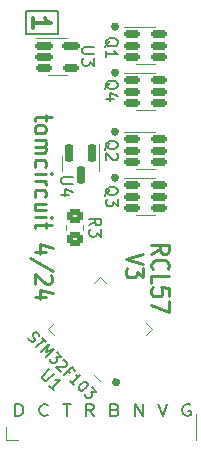
<source format=gbr>
%TF.GenerationSoftware,KiCad,Pcbnew,7.0.8*%
%TF.CreationDate,2024-04-19T17:39:30-04:00*%
%TF.ProjectId,rcl57_mcu,72636c35-375f-46d6-9375-2e6b69636164,rev?*%
%TF.SameCoordinates,Original*%
%TF.FileFunction,Legend,Top*%
%TF.FilePolarity,Positive*%
%FSLAX46Y46*%
G04 Gerber Fmt 4.6, Leading zero omitted, Abs format (unit mm)*
G04 Created by KiCad (PCBNEW 7.0.8) date 2024-04-19 17:39:30*
%MOMM*%
%LPD*%
G01*
G04 APERTURE LIST*
G04 Aperture macros list*
%AMRoundRect*
0 Rectangle with rounded corners*
0 $1 Rounding radius*
0 $2 $3 $4 $5 $6 $7 $8 $9 X,Y pos of 4 corners*
0 Add a 4 corners polygon primitive as box body*
4,1,4,$2,$3,$4,$5,$6,$7,$8,$9,$2,$3,0*
0 Add four circle primitives for the rounded corners*
1,1,$1+$1,$2,$3*
1,1,$1+$1,$4,$5*
1,1,$1+$1,$6,$7*
1,1,$1+$1,$8,$9*
0 Add four rect primitives between the rounded corners*
20,1,$1+$1,$2,$3,$4,$5,0*
20,1,$1+$1,$4,$5,$6,$7,0*
20,1,$1+$1,$6,$7,$8,$9,0*
20,1,$1+$1,$8,$9,$2,$3,0*%
%AMRotRect*
0 Rectangle, with rotation*
0 The origin of the aperture is its center*
0 $1 length*
0 $2 width*
0 $3 Rotation angle, in degrees counterclockwise*
0 Add horizontal line*
21,1,$1,$2,0,0,$3*%
G04 Aperture macros list end*
%ADD10C,0.375000*%
%ADD11C,0.150000*%
%ADD12C,0.250000*%
%ADD13C,0.300000*%
%ADD14C,0.280000*%
%ADD15C,0.120000*%
%ADD16RoundRect,0.062500X0.380070X-0.291682X-0.291682X0.380070X-0.380070X0.291682X0.291682X-0.380070X0*%
%ADD17RoundRect,0.062500X0.380070X0.291682X0.291682X0.380070X-0.380070X-0.291682X-0.291682X-0.380070X0*%
%ADD18RotRect,4.100000X4.100000X135.000000*%
%ADD19RoundRect,0.150000X-0.512500X-0.150000X0.512500X-0.150000X0.512500X0.150000X-0.512500X0.150000X0*%
%ADD20R,1.350000X1.350000*%
%ADD21O,1.350000X1.350000*%
%ADD22RoundRect,0.250000X0.450000X-0.350000X0.450000X0.350000X-0.450000X0.350000X-0.450000X-0.350000X0*%
%ADD23RoundRect,0.150000X-0.150000X0.650000X-0.150000X-0.650000X0.150000X-0.650000X0.150000X0.650000X0*%
%ADD24RoundRect,0.150000X-0.600000X-0.150000X0.600000X-0.150000X0.600000X0.150000X-0.600000X0.150000X0*%
%ADD25R,1.700000X1.700000*%
%ADD26O,1.700000X1.700000*%
%ADD27C,1.700000*%
G04 APERTURE END LIST*
D10*
X146287500Y-90600000D02*
G75*
G03*
X146287500Y-90600000I-187500J0D01*
G01*
D11*
X141250000Y-82300000D02*
X138550000Y-82300000D01*
D10*
X146287500Y-81700000D02*
G75*
G03*
X146287500Y-81700000I-187500J0D01*
G01*
D11*
X138550000Y-80400000D02*
X141250000Y-80400000D01*
X141250000Y-80400000D02*
X141250000Y-82300000D01*
D10*
X146287500Y-85600000D02*
G75*
G03*
X146287500Y-85600000I-187500J0D01*
G01*
X146387500Y-111800000D02*
G75*
G03*
X146387500Y-111800000I-187500J0D01*
G01*
D11*
X138550000Y-82300000D02*
X138550000Y-80400000D01*
D10*
X146287500Y-94500000D02*
G75*
G03*
X146287500Y-94500000I-187500J0D01*
G01*
D11*
X137679636Y-114669819D02*
X137679636Y-113669819D01*
X137679636Y-113669819D02*
X137960588Y-113669819D01*
X137960588Y-113669819D02*
X138129160Y-113717438D01*
X138129160Y-113717438D02*
X138241541Y-113812676D01*
X138241541Y-113812676D02*
X138297731Y-113907914D01*
X138297731Y-113907914D02*
X138353922Y-114098390D01*
X138353922Y-114098390D02*
X138353922Y-114241247D01*
X138353922Y-114241247D02*
X138297731Y-114431723D01*
X138297731Y-114431723D02*
X138241541Y-114526961D01*
X138241541Y-114526961D02*
X138129160Y-114622200D01*
X138129160Y-114622200D02*
X137960588Y-114669819D01*
X137960588Y-114669819D02*
X137679636Y-114669819D01*
X140432970Y-114574580D02*
X140376779Y-114622200D01*
X140376779Y-114622200D02*
X140208208Y-114669819D01*
X140208208Y-114669819D02*
X140095827Y-114669819D01*
X140095827Y-114669819D02*
X139927255Y-114622200D01*
X139927255Y-114622200D02*
X139814874Y-114526961D01*
X139814874Y-114526961D02*
X139758684Y-114431723D01*
X139758684Y-114431723D02*
X139702493Y-114241247D01*
X139702493Y-114241247D02*
X139702493Y-114098390D01*
X139702493Y-114098390D02*
X139758684Y-113907914D01*
X139758684Y-113907914D02*
X139814874Y-113812676D01*
X139814874Y-113812676D02*
X139927255Y-113717438D01*
X139927255Y-113717438D02*
X140095827Y-113669819D01*
X140095827Y-113669819D02*
X140208208Y-113669819D01*
X140208208Y-113669819D02*
X140376779Y-113717438D01*
X140376779Y-113717438D02*
X140432970Y-113765057D01*
X141669160Y-113669819D02*
X142343446Y-113669819D01*
X142006303Y-114669819D02*
X142006303Y-113669819D01*
X144310114Y-114669819D02*
X143916780Y-114193628D01*
X143635828Y-114669819D02*
X143635828Y-113669819D01*
X143635828Y-113669819D02*
X144085352Y-113669819D01*
X144085352Y-113669819D02*
X144197733Y-113717438D01*
X144197733Y-113717438D02*
X144253923Y-113765057D01*
X144253923Y-113765057D02*
X144310114Y-113860295D01*
X144310114Y-113860295D02*
X144310114Y-114003152D01*
X144310114Y-114003152D02*
X144253923Y-114098390D01*
X144253923Y-114098390D02*
X144197733Y-114146009D01*
X144197733Y-114146009D02*
X144085352Y-114193628D01*
X144085352Y-114193628D02*
X143635828Y-114193628D01*
X146108209Y-114146009D02*
X146276781Y-114193628D01*
X146276781Y-114193628D02*
X146332971Y-114241247D01*
X146332971Y-114241247D02*
X146389162Y-114336485D01*
X146389162Y-114336485D02*
X146389162Y-114479342D01*
X146389162Y-114479342D02*
X146332971Y-114574580D01*
X146332971Y-114574580D02*
X146276781Y-114622200D01*
X146276781Y-114622200D02*
X146164400Y-114669819D01*
X146164400Y-114669819D02*
X145714876Y-114669819D01*
X145714876Y-114669819D02*
X145714876Y-113669819D01*
X145714876Y-113669819D02*
X146108209Y-113669819D01*
X146108209Y-113669819D02*
X146220590Y-113717438D01*
X146220590Y-113717438D02*
X146276781Y-113765057D01*
X146276781Y-113765057D02*
X146332971Y-113860295D01*
X146332971Y-113860295D02*
X146332971Y-113955533D01*
X146332971Y-113955533D02*
X146276781Y-114050771D01*
X146276781Y-114050771D02*
X146220590Y-114098390D01*
X146220590Y-114098390D02*
X146108209Y-114146009D01*
X146108209Y-114146009D02*
X145714876Y-114146009D01*
X147793924Y-114669819D02*
X147793924Y-113669819D01*
X147793924Y-113669819D02*
X148468210Y-114669819D01*
X148468210Y-114669819D02*
X148468210Y-113669819D01*
X149760590Y-113669819D02*
X150153924Y-114669819D01*
X150153924Y-114669819D02*
X150547257Y-113669819D01*
X152457734Y-113717438D02*
X152345353Y-113669819D01*
X152345353Y-113669819D02*
X152176782Y-113669819D01*
X152176782Y-113669819D02*
X152008210Y-113717438D01*
X152008210Y-113717438D02*
X151895829Y-113812676D01*
X151895829Y-113812676D02*
X151839639Y-113907914D01*
X151839639Y-113907914D02*
X151783448Y-114098390D01*
X151783448Y-114098390D02*
X151783448Y-114241247D01*
X151783448Y-114241247D02*
X151839639Y-114431723D01*
X151839639Y-114431723D02*
X151895829Y-114526961D01*
X151895829Y-114526961D02*
X152008210Y-114622200D01*
X152008210Y-114622200D02*
X152176782Y-114669819D01*
X152176782Y-114669819D02*
X152289163Y-114669819D01*
X152289163Y-114669819D02*
X152457734Y-114622200D01*
X152457734Y-114622200D02*
X152513925Y-114574580D01*
X152513925Y-114574580D02*
X152513925Y-114241247D01*
X152513925Y-114241247D02*
X152289163Y-114241247D01*
D12*
X140296571Y-89188282D02*
X140296571Y-89683520D01*
X140796571Y-89373996D02*
X139510857Y-89373996D01*
X139510857Y-89373996D02*
X139368000Y-89435901D01*
X139368000Y-89435901D02*
X139296571Y-89559711D01*
X139296571Y-89559711D02*
X139296571Y-89683520D01*
X139296571Y-90302568D02*
X139368000Y-90178758D01*
X139368000Y-90178758D02*
X139439428Y-90116853D01*
X139439428Y-90116853D02*
X139582285Y-90054949D01*
X139582285Y-90054949D02*
X140010857Y-90054949D01*
X140010857Y-90054949D02*
X140153714Y-90116853D01*
X140153714Y-90116853D02*
X140225142Y-90178758D01*
X140225142Y-90178758D02*
X140296571Y-90302568D01*
X140296571Y-90302568D02*
X140296571Y-90488282D01*
X140296571Y-90488282D02*
X140225142Y-90612091D01*
X140225142Y-90612091D02*
X140153714Y-90673996D01*
X140153714Y-90673996D02*
X140010857Y-90735901D01*
X140010857Y-90735901D02*
X139582285Y-90735901D01*
X139582285Y-90735901D02*
X139439428Y-90673996D01*
X139439428Y-90673996D02*
X139368000Y-90612091D01*
X139368000Y-90612091D02*
X139296571Y-90488282D01*
X139296571Y-90488282D02*
X139296571Y-90302568D01*
X139296571Y-91293043D02*
X140296571Y-91293043D01*
X140153714Y-91293043D02*
X140225142Y-91354948D01*
X140225142Y-91354948D02*
X140296571Y-91478758D01*
X140296571Y-91478758D02*
X140296571Y-91664472D01*
X140296571Y-91664472D02*
X140225142Y-91788281D01*
X140225142Y-91788281D02*
X140082285Y-91850186D01*
X140082285Y-91850186D02*
X139296571Y-91850186D01*
X140082285Y-91850186D02*
X140225142Y-91912091D01*
X140225142Y-91912091D02*
X140296571Y-92035900D01*
X140296571Y-92035900D02*
X140296571Y-92221615D01*
X140296571Y-92221615D02*
X140225142Y-92345424D01*
X140225142Y-92345424D02*
X140082285Y-92407329D01*
X140082285Y-92407329D02*
X139296571Y-92407329D01*
X139368000Y-93583519D02*
X139296571Y-93459710D01*
X139296571Y-93459710D02*
X139296571Y-93212091D01*
X139296571Y-93212091D02*
X139368000Y-93088281D01*
X139368000Y-93088281D02*
X139439428Y-93026376D01*
X139439428Y-93026376D02*
X139582285Y-92964472D01*
X139582285Y-92964472D02*
X140010857Y-92964472D01*
X140010857Y-92964472D02*
X140153714Y-93026376D01*
X140153714Y-93026376D02*
X140225142Y-93088281D01*
X140225142Y-93088281D02*
X140296571Y-93212091D01*
X140296571Y-93212091D02*
X140296571Y-93459710D01*
X140296571Y-93459710D02*
X140225142Y-93583519D01*
X139296571Y-94140662D02*
X140296571Y-94140662D01*
X140796571Y-94140662D02*
X140725142Y-94078758D01*
X140725142Y-94078758D02*
X140653714Y-94140662D01*
X140653714Y-94140662D02*
X140725142Y-94202567D01*
X140725142Y-94202567D02*
X140796571Y-94140662D01*
X140796571Y-94140662D02*
X140653714Y-94140662D01*
X139296571Y-94759710D02*
X140296571Y-94759710D01*
X140010857Y-94759710D02*
X140153714Y-94821615D01*
X140153714Y-94821615D02*
X140225142Y-94883520D01*
X140225142Y-94883520D02*
X140296571Y-95007329D01*
X140296571Y-95007329D02*
X140296571Y-95131139D01*
X139368000Y-96121615D02*
X139296571Y-95997806D01*
X139296571Y-95997806D02*
X139296571Y-95750187D01*
X139296571Y-95750187D02*
X139368000Y-95626377D01*
X139368000Y-95626377D02*
X139439428Y-95564472D01*
X139439428Y-95564472D02*
X139582285Y-95502568D01*
X139582285Y-95502568D02*
X140010857Y-95502568D01*
X140010857Y-95502568D02*
X140153714Y-95564472D01*
X140153714Y-95564472D02*
X140225142Y-95626377D01*
X140225142Y-95626377D02*
X140296571Y-95750187D01*
X140296571Y-95750187D02*
X140296571Y-95997806D01*
X140296571Y-95997806D02*
X140225142Y-96121615D01*
X140296571Y-97235901D02*
X139296571Y-97235901D01*
X140296571Y-96678758D02*
X139510857Y-96678758D01*
X139510857Y-96678758D02*
X139368000Y-96740663D01*
X139368000Y-96740663D02*
X139296571Y-96864473D01*
X139296571Y-96864473D02*
X139296571Y-97050187D01*
X139296571Y-97050187D02*
X139368000Y-97173996D01*
X139368000Y-97173996D02*
X139439428Y-97235901D01*
X139296571Y-97854948D02*
X140296571Y-97854948D01*
X140796571Y-97854948D02*
X140725142Y-97793044D01*
X140725142Y-97793044D02*
X140653714Y-97854948D01*
X140653714Y-97854948D02*
X140725142Y-97916853D01*
X140725142Y-97916853D02*
X140796571Y-97854948D01*
X140796571Y-97854948D02*
X140653714Y-97854948D01*
X140296571Y-98288282D02*
X140296571Y-98783520D01*
X140796571Y-98473996D02*
X139510857Y-98473996D01*
X139510857Y-98473996D02*
X139368000Y-98535901D01*
X139368000Y-98535901D02*
X139296571Y-98659711D01*
X139296571Y-98659711D02*
X139296571Y-98783520D01*
X140296571Y-100764472D02*
X139296571Y-100764472D01*
X140868000Y-100454948D02*
X139796571Y-100145425D01*
X139796571Y-100145425D02*
X139796571Y-100950186D01*
X140868000Y-102373996D02*
X138939428Y-101259710D01*
X140653714Y-102745425D02*
X140725142Y-102807329D01*
X140725142Y-102807329D02*
X140796571Y-102931139D01*
X140796571Y-102931139D02*
X140796571Y-103240663D01*
X140796571Y-103240663D02*
X140725142Y-103364472D01*
X140725142Y-103364472D02*
X140653714Y-103426377D01*
X140653714Y-103426377D02*
X140510857Y-103488282D01*
X140510857Y-103488282D02*
X140368000Y-103488282D01*
X140368000Y-103488282D02*
X140153714Y-103426377D01*
X140153714Y-103426377D02*
X139296571Y-102683520D01*
X139296571Y-102683520D02*
X139296571Y-103488282D01*
X140296571Y-104602567D02*
X139296571Y-104602567D01*
X140868000Y-104293043D02*
X139796571Y-103983520D01*
X139796571Y-103983520D02*
X139796571Y-104788281D01*
D13*
X139149171Y-81840225D02*
X139149171Y-80983082D01*
X139149171Y-81411653D02*
X140649171Y-81411653D01*
X140649171Y-81411653D02*
X140434885Y-81268796D01*
X140434885Y-81268796D02*
X140292028Y-81125939D01*
X140292028Y-81125939D02*
X140220600Y-80983082D01*
D12*
X148519071Y-100947619D02*
X147019071Y-101380952D01*
X147019071Y-101380952D02*
X148519071Y-101814286D01*
X148519071Y-102123810D02*
X148519071Y-102928572D01*
X148519071Y-102928572D02*
X147947642Y-102495238D01*
X147947642Y-102495238D02*
X147947642Y-102680953D01*
X147947642Y-102680953D02*
X147876214Y-102804762D01*
X147876214Y-102804762D02*
X147804785Y-102866667D01*
X147804785Y-102866667D02*
X147661928Y-102928572D01*
X147661928Y-102928572D02*
X147304785Y-102928572D01*
X147304785Y-102928572D02*
X147161928Y-102866667D01*
X147161928Y-102866667D02*
X147090500Y-102804762D01*
X147090500Y-102804762D02*
X147019071Y-102680953D01*
X147019071Y-102680953D02*
X147019071Y-102309524D01*
X147019071Y-102309524D02*
X147090500Y-102185715D01*
X147090500Y-102185715D02*
X147161928Y-102123810D01*
D14*
X149198131Y-100936590D02*
X149912417Y-100503257D01*
X149198131Y-100193733D02*
X150698131Y-100193733D01*
X150698131Y-100193733D02*
X150698131Y-100688971D01*
X150698131Y-100688971D02*
X150626702Y-100812781D01*
X150626702Y-100812781D02*
X150555274Y-100874686D01*
X150555274Y-100874686D02*
X150412417Y-100936590D01*
X150412417Y-100936590D02*
X150198131Y-100936590D01*
X150198131Y-100936590D02*
X150055274Y-100874686D01*
X150055274Y-100874686D02*
X149983845Y-100812781D01*
X149983845Y-100812781D02*
X149912417Y-100688971D01*
X149912417Y-100688971D02*
X149912417Y-100193733D01*
X149340988Y-102236590D02*
X149269560Y-102174686D01*
X149269560Y-102174686D02*
X149198131Y-101988971D01*
X149198131Y-101988971D02*
X149198131Y-101865162D01*
X149198131Y-101865162D02*
X149269560Y-101679448D01*
X149269560Y-101679448D02*
X149412417Y-101555638D01*
X149412417Y-101555638D02*
X149555274Y-101493733D01*
X149555274Y-101493733D02*
X149840988Y-101431829D01*
X149840988Y-101431829D02*
X150055274Y-101431829D01*
X150055274Y-101431829D02*
X150340988Y-101493733D01*
X150340988Y-101493733D02*
X150483845Y-101555638D01*
X150483845Y-101555638D02*
X150626702Y-101679448D01*
X150626702Y-101679448D02*
X150698131Y-101865162D01*
X150698131Y-101865162D02*
X150698131Y-101988971D01*
X150698131Y-101988971D02*
X150626702Y-102174686D01*
X150626702Y-102174686D02*
X150555274Y-102236590D01*
X149198131Y-103412781D02*
X149198131Y-102793733D01*
X149198131Y-102793733D02*
X150698131Y-102793733D01*
X150698131Y-104465162D02*
X150698131Y-103846114D01*
X150698131Y-103846114D02*
X149983845Y-103784210D01*
X149983845Y-103784210D02*
X150055274Y-103846114D01*
X150055274Y-103846114D02*
X150126702Y-103969924D01*
X150126702Y-103969924D02*
X150126702Y-104279448D01*
X150126702Y-104279448D02*
X150055274Y-104403257D01*
X150055274Y-104403257D02*
X149983845Y-104465162D01*
X149983845Y-104465162D02*
X149840988Y-104527067D01*
X149840988Y-104527067D02*
X149483845Y-104527067D01*
X149483845Y-104527067D02*
X149340988Y-104465162D01*
X149340988Y-104465162D02*
X149269560Y-104403257D01*
X149269560Y-104403257D02*
X149198131Y-104279448D01*
X149198131Y-104279448D02*
X149198131Y-103969924D01*
X149198131Y-103969924D02*
X149269560Y-103846114D01*
X149269560Y-103846114D02*
X149340988Y-103784210D01*
X150698131Y-104960400D02*
X150698131Y-105827066D01*
X150698131Y-105827066D02*
X149198131Y-105269924D01*
D11*
X140546753Y-110675750D02*
X139974333Y-111248170D01*
X139974333Y-111248170D02*
X139940661Y-111349185D01*
X139940661Y-111349185D02*
X139940661Y-111416529D01*
X139940661Y-111416529D02*
X139974333Y-111517544D01*
X139974333Y-111517544D02*
X140109020Y-111652231D01*
X140109020Y-111652231D02*
X140210035Y-111685903D01*
X140210035Y-111685903D02*
X140277379Y-111685903D01*
X140277379Y-111685903D02*
X140378394Y-111652231D01*
X140378394Y-111652231D02*
X140950814Y-111079811D01*
X140950814Y-112494025D02*
X140546753Y-112089964D01*
X140748783Y-112291994D02*
X141455890Y-111584888D01*
X141455890Y-111584888D02*
X141287531Y-111618559D01*
X141287531Y-111618559D02*
X141152844Y-111618559D01*
X141152844Y-111618559D02*
X141051829Y-111584888D01*
X138765521Y-108082699D02*
X138826131Y-108203918D01*
X138826131Y-108203918D02*
X138977653Y-108355440D01*
X138977653Y-108355440D02*
X139068567Y-108385745D01*
X139068567Y-108385745D02*
X139129176Y-108385745D01*
X139129176Y-108385745D02*
X139220090Y-108355440D01*
X139220090Y-108355440D02*
X139280699Y-108294831D01*
X139280699Y-108294831D02*
X139311004Y-108203918D01*
X139311004Y-108203918D02*
X139311004Y-108143308D01*
X139311004Y-108143308D02*
X139280699Y-108052395D01*
X139280699Y-108052395D02*
X139189785Y-107900872D01*
X139189785Y-107900872D02*
X139159481Y-107809958D01*
X139159481Y-107809958D02*
X139159481Y-107749349D01*
X139159481Y-107749349D02*
X139189785Y-107658435D01*
X139189785Y-107658435D02*
X139250395Y-107597826D01*
X139250395Y-107597826D02*
X139341308Y-107567521D01*
X139341308Y-107567521D02*
X139401917Y-107567521D01*
X139401917Y-107567521D02*
X139492831Y-107597826D01*
X139492831Y-107597826D02*
X139644354Y-107749349D01*
X139644354Y-107749349D02*
X139704963Y-107870567D01*
X139917095Y-108022090D02*
X140280750Y-108385745D01*
X139462527Y-108840314D02*
X140098923Y-108203918D01*
X139856486Y-109234273D02*
X140492882Y-108597877D01*
X140492882Y-108597877D02*
X140250445Y-109264578D01*
X140250445Y-109264578D02*
X140917146Y-109022141D01*
X140917146Y-109022141D02*
X140280750Y-109658537D01*
X141159582Y-109264577D02*
X141553542Y-109658537D01*
X141553542Y-109658537D02*
X141098973Y-109688841D01*
X141098973Y-109688841D02*
X141189887Y-109779755D01*
X141189887Y-109779755D02*
X141220192Y-109870669D01*
X141220192Y-109870669D02*
X141220192Y-109931278D01*
X141220192Y-109931278D02*
X141189887Y-110022192D01*
X141189887Y-110022192D02*
X141038364Y-110173715D01*
X141038364Y-110173715D02*
X140947450Y-110204019D01*
X140947450Y-110204019D02*
X140886841Y-110204019D01*
X140886841Y-110204019D02*
X140795928Y-110173715D01*
X140795928Y-110173715D02*
X140614100Y-109991887D01*
X140614100Y-109991887D02*
X140583796Y-109900973D01*
X140583796Y-109900973D02*
X140583796Y-109840364D01*
X141735370Y-109961583D02*
X141795979Y-109961583D01*
X141795979Y-109961583D02*
X141886892Y-109991887D01*
X141886892Y-109991887D02*
X142038415Y-110143410D01*
X142038415Y-110143410D02*
X142068720Y-110234324D01*
X142068720Y-110234324D02*
X142068720Y-110294933D01*
X142068720Y-110294933D02*
X142038415Y-110385847D01*
X142038415Y-110385847D02*
X141977806Y-110446456D01*
X141977806Y-110446456D02*
X141856588Y-110507065D01*
X141856588Y-110507065D02*
X141129278Y-110507065D01*
X141129278Y-110507065D02*
X141523238Y-110901025D01*
X142341461Y-111052548D02*
X142129329Y-110840416D01*
X141795979Y-111173766D02*
X142432375Y-110537370D01*
X142432375Y-110537370D02*
X142735421Y-110840416D01*
X142674812Y-112052599D02*
X142311157Y-111688944D01*
X142492984Y-111870771D02*
X143129380Y-111234375D01*
X143129380Y-111234375D02*
X142977858Y-111264680D01*
X142977858Y-111264680D02*
X142856639Y-111264680D01*
X142856639Y-111264680D02*
X142765726Y-111234375D01*
X143705168Y-111810162D02*
X143765777Y-111870772D01*
X143765777Y-111870772D02*
X143796081Y-111961685D01*
X143796081Y-111961685D02*
X143796081Y-112022294D01*
X143796081Y-112022294D02*
X143765777Y-112113208D01*
X143765777Y-112113208D02*
X143674863Y-112264731D01*
X143674863Y-112264731D02*
X143523340Y-112416254D01*
X143523340Y-112416254D02*
X143371817Y-112507168D01*
X143371817Y-112507168D02*
X143280903Y-112537472D01*
X143280903Y-112537472D02*
X143220294Y-112537472D01*
X143220294Y-112537472D02*
X143129381Y-112507168D01*
X143129381Y-112507168D02*
X143068771Y-112446558D01*
X143068771Y-112446558D02*
X143038467Y-112355645D01*
X143038467Y-112355645D02*
X143038467Y-112295036D01*
X143038467Y-112295036D02*
X143068771Y-112204122D01*
X143068771Y-112204122D02*
X143159685Y-112052599D01*
X143159685Y-112052599D02*
X143311208Y-111901076D01*
X143311208Y-111901076D02*
X143462731Y-111810162D01*
X143462731Y-111810162D02*
X143553645Y-111779858D01*
X143553645Y-111779858D02*
X143614254Y-111779858D01*
X143614254Y-111779858D02*
X143705168Y-111810162D01*
X144129432Y-112234427D02*
X144523391Y-112628386D01*
X144523391Y-112628386D02*
X144068823Y-112658691D01*
X144068823Y-112658691D02*
X144159736Y-112749604D01*
X144159736Y-112749604D02*
X144190041Y-112840518D01*
X144190041Y-112840518D02*
X144190041Y-112901127D01*
X144190041Y-112901127D02*
X144159736Y-112992041D01*
X144159736Y-112992041D02*
X144008213Y-113143564D01*
X144008213Y-113143564D02*
X143917300Y-113173868D01*
X143917300Y-113173868D02*
X143856690Y-113173868D01*
X143856690Y-113173868D02*
X143765777Y-113143564D01*
X143765777Y-113143564D02*
X143583949Y-112961736D01*
X143583949Y-112961736D02*
X143553645Y-112870823D01*
X143553645Y-112870823D02*
X143553645Y-112810213D01*
X145249942Y-92104761D02*
X145297561Y-92009523D01*
X145297561Y-92009523D02*
X145392800Y-91914285D01*
X145392800Y-91914285D02*
X145535657Y-91771428D01*
X145535657Y-91771428D02*
X145583276Y-91676190D01*
X145583276Y-91676190D02*
X145583276Y-91580952D01*
X145345180Y-91628571D02*
X145392800Y-91533333D01*
X145392800Y-91533333D02*
X145488038Y-91438095D01*
X145488038Y-91438095D02*
X145678514Y-91390476D01*
X145678514Y-91390476D02*
X146011847Y-91390476D01*
X146011847Y-91390476D02*
X146202323Y-91438095D01*
X146202323Y-91438095D02*
X146297561Y-91533333D01*
X146297561Y-91533333D02*
X146345180Y-91628571D01*
X146345180Y-91628571D02*
X146345180Y-91819047D01*
X146345180Y-91819047D02*
X146297561Y-91914285D01*
X146297561Y-91914285D02*
X146202323Y-92009523D01*
X146202323Y-92009523D02*
X146011847Y-92057142D01*
X146011847Y-92057142D02*
X145678514Y-92057142D01*
X145678514Y-92057142D02*
X145488038Y-92009523D01*
X145488038Y-92009523D02*
X145392800Y-91914285D01*
X145392800Y-91914285D02*
X145345180Y-91819047D01*
X145345180Y-91819047D02*
X145345180Y-91628571D01*
X146249942Y-92438095D02*
X146297561Y-92485714D01*
X146297561Y-92485714D02*
X146345180Y-92580952D01*
X146345180Y-92580952D02*
X146345180Y-92819047D01*
X146345180Y-92819047D02*
X146297561Y-92914285D01*
X146297561Y-92914285D02*
X146249942Y-92961904D01*
X146249942Y-92961904D02*
X146154704Y-93009523D01*
X146154704Y-93009523D02*
X146059466Y-93009523D01*
X146059466Y-93009523D02*
X145916609Y-92961904D01*
X145916609Y-92961904D02*
X145345180Y-92390476D01*
X145345180Y-92390476D02*
X145345180Y-93009523D01*
X145249942Y-87004761D02*
X145297561Y-86909523D01*
X145297561Y-86909523D02*
X145392800Y-86814285D01*
X145392800Y-86814285D02*
X145535657Y-86671428D01*
X145535657Y-86671428D02*
X145583276Y-86576190D01*
X145583276Y-86576190D02*
X145583276Y-86480952D01*
X145345180Y-86528571D02*
X145392800Y-86433333D01*
X145392800Y-86433333D02*
X145488038Y-86338095D01*
X145488038Y-86338095D02*
X145678514Y-86290476D01*
X145678514Y-86290476D02*
X146011847Y-86290476D01*
X146011847Y-86290476D02*
X146202323Y-86338095D01*
X146202323Y-86338095D02*
X146297561Y-86433333D01*
X146297561Y-86433333D02*
X146345180Y-86528571D01*
X146345180Y-86528571D02*
X146345180Y-86719047D01*
X146345180Y-86719047D02*
X146297561Y-86814285D01*
X146297561Y-86814285D02*
X146202323Y-86909523D01*
X146202323Y-86909523D02*
X146011847Y-86957142D01*
X146011847Y-86957142D02*
X145678514Y-86957142D01*
X145678514Y-86957142D02*
X145488038Y-86909523D01*
X145488038Y-86909523D02*
X145392800Y-86814285D01*
X145392800Y-86814285D02*
X145345180Y-86719047D01*
X145345180Y-86719047D02*
X145345180Y-86528571D01*
X146011847Y-87814285D02*
X145345180Y-87814285D01*
X146392800Y-87576190D02*
X145678514Y-87338095D01*
X145678514Y-87338095D02*
X145678514Y-87957142D01*
X143945180Y-98533333D02*
X144421371Y-98200000D01*
X143945180Y-97961905D02*
X144945180Y-97961905D01*
X144945180Y-97961905D02*
X144945180Y-98342857D01*
X144945180Y-98342857D02*
X144897561Y-98438095D01*
X144897561Y-98438095D02*
X144849942Y-98485714D01*
X144849942Y-98485714D02*
X144754704Y-98533333D01*
X144754704Y-98533333D02*
X144611847Y-98533333D01*
X144611847Y-98533333D02*
X144516609Y-98485714D01*
X144516609Y-98485714D02*
X144468990Y-98438095D01*
X144468990Y-98438095D02*
X144421371Y-98342857D01*
X144421371Y-98342857D02*
X144421371Y-97961905D01*
X144945180Y-98866667D02*
X144945180Y-99485714D01*
X144945180Y-99485714D02*
X144564228Y-99152381D01*
X144564228Y-99152381D02*
X144564228Y-99295238D01*
X144564228Y-99295238D02*
X144516609Y-99390476D01*
X144516609Y-99390476D02*
X144468990Y-99438095D01*
X144468990Y-99438095D02*
X144373752Y-99485714D01*
X144373752Y-99485714D02*
X144135657Y-99485714D01*
X144135657Y-99485714D02*
X144040419Y-99438095D01*
X144040419Y-99438095D02*
X143992800Y-99390476D01*
X143992800Y-99390476D02*
X143945180Y-99295238D01*
X143945180Y-99295238D02*
X143945180Y-99009524D01*
X143945180Y-99009524D02*
X143992800Y-98914286D01*
X143992800Y-98914286D02*
X144040419Y-98866667D01*
X145249942Y-96004761D02*
X145297561Y-95909523D01*
X145297561Y-95909523D02*
X145392800Y-95814285D01*
X145392800Y-95814285D02*
X145535657Y-95671428D01*
X145535657Y-95671428D02*
X145583276Y-95576190D01*
X145583276Y-95576190D02*
X145583276Y-95480952D01*
X145345180Y-95528571D02*
X145392800Y-95433333D01*
X145392800Y-95433333D02*
X145488038Y-95338095D01*
X145488038Y-95338095D02*
X145678514Y-95290476D01*
X145678514Y-95290476D02*
X146011847Y-95290476D01*
X146011847Y-95290476D02*
X146202323Y-95338095D01*
X146202323Y-95338095D02*
X146297561Y-95433333D01*
X146297561Y-95433333D02*
X146345180Y-95528571D01*
X146345180Y-95528571D02*
X146345180Y-95719047D01*
X146345180Y-95719047D02*
X146297561Y-95814285D01*
X146297561Y-95814285D02*
X146202323Y-95909523D01*
X146202323Y-95909523D02*
X146011847Y-95957142D01*
X146011847Y-95957142D02*
X145678514Y-95957142D01*
X145678514Y-95957142D02*
X145488038Y-95909523D01*
X145488038Y-95909523D02*
X145392800Y-95814285D01*
X145392800Y-95814285D02*
X145345180Y-95719047D01*
X145345180Y-95719047D02*
X145345180Y-95528571D01*
X146345180Y-96290476D02*
X146345180Y-96909523D01*
X146345180Y-96909523D02*
X145964228Y-96576190D01*
X145964228Y-96576190D02*
X145964228Y-96719047D01*
X145964228Y-96719047D02*
X145916609Y-96814285D01*
X145916609Y-96814285D02*
X145868990Y-96861904D01*
X145868990Y-96861904D02*
X145773752Y-96909523D01*
X145773752Y-96909523D02*
X145535657Y-96909523D01*
X145535657Y-96909523D02*
X145440419Y-96861904D01*
X145440419Y-96861904D02*
X145392800Y-96814285D01*
X145392800Y-96814285D02*
X145345180Y-96719047D01*
X145345180Y-96719047D02*
X145345180Y-96433333D01*
X145345180Y-96433333D02*
X145392800Y-96338095D01*
X145392800Y-96338095D02*
X145440419Y-96290476D01*
X142545180Y-94438095D02*
X141735657Y-94438095D01*
X141735657Y-94438095D02*
X141640419Y-94485714D01*
X141640419Y-94485714D02*
X141592800Y-94533333D01*
X141592800Y-94533333D02*
X141545180Y-94628571D01*
X141545180Y-94628571D02*
X141545180Y-94819047D01*
X141545180Y-94819047D02*
X141592800Y-94914285D01*
X141592800Y-94914285D02*
X141640419Y-94961904D01*
X141640419Y-94961904D02*
X141735657Y-95009523D01*
X141735657Y-95009523D02*
X142545180Y-95009523D01*
X142211847Y-95914285D02*
X141545180Y-95914285D01*
X142592800Y-95676190D02*
X141878514Y-95438095D01*
X141878514Y-95438095D02*
X141878514Y-96057142D01*
X145249942Y-83404761D02*
X145297561Y-83309523D01*
X145297561Y-83309523D02*
X145392800Y-83214285D01*
X145392800Y-83214285D02*
X145535657Y-83071428D01*
X145535657Y-83071428D02*
X145583276Y-82976190D01*
X145583276Y-82976190D02*
X145583276Y-82880952D01*
X145345180Y-82928571D02*
X145392800Y-82833333D01*
X145392800Y-82833333D02*
X145488038Y-82738095D01*
X145488038Y-82738095D02*
X145678514Y-82690476D01*
X145678514Y-82690476D02*
X146011847Y-82690476D01*
X146011847Y-82690476D02*
X146202323Y-82738095D01*
X146202323Y-82738095D02*
X146297561Y-82833333D01*
X146297561Y-82833333D02*
X146345180Y-82928571D01*
X146345180Y-82928571D02*
X146345180Y-83119047D01*
X146345180Y-83119047D02*
X146297561Y-83214285D01*
X146297561Y-83214285D02*
X146202323Y-83309523D01*
X146202323Y-83309523D02*
X146011847Y-83357142D01*
X146011847Y-83357142D02*
X145678514Y-83357142D01*
X145678514Y-83357142D02*
X145488038Y-83309523D01*
X145488038Y-83309523D02*
X145392800Y-83214285D01*
X145392800Y-83214285D02*
X145345180Y-83119047D01*
X145345180Y-83119047D02*
X145345180Y-82928571D01*
X145345180Y-84309523D02*
X145345180Y-83738095D01*
X145345180Y-84023809D02*
X146345180Y-84023809D01*
X146345180Y-84023809D02*
X146202323Y-83928571D01*
X146202323Y-83928571D02*
X146107085Y-83833333D01*
X146107085Y-83833333D02*
X146059466Y-83738095D01*
X144345180Y-83438095D02*
X143535657Y-83438095D01*
X143535657Y-83438095D02*
X143440419Y-83485714D01*
X143440419Y-83485714D02*
X143392800Y-83533333D01*
X143392800Y-83533333D02*
X143345180Y-83628571D01*
X143345180Y-83628571D02*
X143345180Y-83819047D01*
X143345180Y-83819047D02*
X143392800Y-83914285D01*
X143392800Y-83914285D02*
X143440419Y-83961904D01*
X143440419Y-83961904D02*
X143535657Y-84009523D01*
X143535657Y-84009523D02*
X144345180Y-84009523D01*
X144345180Y-84390476D02*
X144345180Y-85009523D01*
X144345180Y-85009523D02*
X143964228Y-84676190D01*
X143964228Y-84676190D02*
X143964228Y-84819047D01*
X143964228Y-84819047D02*
X143916609Y-84914285D01*
X143916609Y-84914285D02*
X143868990Y-84961904D01*
X143868990Y-84961904D02*
X143773752Y-85009523D01*
X143773752Y-85009523D02*
X143535657Y-85009523D01*
X143535657Y-85009523D02*
X143440419Y-84961904D01*
X143440419Y-84961904D02*
X143392800Y-84914285D01*
X143392800Y-84914285D02*
X143345180Y-84819047D01*
X143345180Y-84819047D02*
X143345180Y-84533333D01*
X143345180Y-84533333D02*
X143392800Y-84438095D01*
X143392800Y-84438095D02*
X143440419Y-84390476D01*
D15*
%TO.C,U1*%
X149258203Y-107309585D02*
X148745551Y-107822237D01*
X144347347Y-111195137D02*
X144859999Y-111707789D01*
X148745551Y-106796933D02*
X149258203Y-107309585D01*
X140974447Y-107822237D02*
X140461795Y-107309585D01*
X145372651Y-103424033D02*
X144859999Y-102911381D01*
X140461795Y-107309585D02*
X140974447Y-106796933D01*
X144859999Y-102911381D02*
X144347347Y-103424033D01*
%TO.C,Q2*%
X148700000Y-90640000D02*
X146900000Y-90640000D01*
X148700000Y-90640000D02*
X149500000Y-90640000D01*
X148700000Y-93760000D02*
X147900000Y-93760000D01*
X148700000Y-93760000D02*
X149500000Y-93760000D01*
%TO.C,J3*%
X136840000Y-116660000D02*
X136840000Y-115600000D01*
X137900000Y-116660000D02*
X136840000Y-116660000D01*
X152960000Y-116660000D02*
X152960000Y-114540000D01*
%TO.C,Q4*%
X148700000Y-85640000D02*
X146900000Y-85640000D01*
X148700000Y-85640000D02*
X149500000Y-85640000D01*
X148700000Y-88760000D02*
X147900000Y-88760000D01*
X148700000Y-88760000D02*
X149500000Y-88760000D01*
%TO.C,R3*%
X141965000Y-98927064D02*
X141965000Y-98472936D01*
X143435000Y-98927064D02*
X143435000Y-98472936D01*
%TO.C,Q3*%
X148700000Y-94540000D02*
X146900000Y-94540000D01*
X148700000Y-94540000D02*
X149500000Y-94540000D01*
X148700000Y-97660000D02*
X147900000Y-97660000D01*
X148700000Y-97660000D02*
X149500000Y-97660000D01*
%TO.C,U4*%
X144760000Y-93300000D02*
X144760000Y-91625000D01*
X144760000Y-93300000D02*
X144760000Y-93950000D01*
X141640000Y-93300000D02*
X141640000Y-92650000D01*
X141640000Y-93300000D02*
X141640000Y-93950000D01*
%TO.C,Q1*%
X148700000Y-84860000D02*
X149500000Y-84860000D01*
X148700000Y-84860000D02*
X147900000Y-84860000D01*
X148700000Y-81740000D02*
X149500000Y-81740000D01*
X148700000Y-81740000D02*
X146900000Y-81740000D01*
%TO.C,U3*%
X141260000Y-82690000D02*
X139460000Y-82690000D01*
X141260000Y-82690000D02*
X142060000Y-82690000D01*
X141260000Y-85810000D02*
X140460000Y-85810000D01*
X141260000Y-85810000D02*
X142060000Y-85810000D01*
%TD*%
%LPC*%
D16*
%TO.C,U1*%
X145452201Y-110730214D03*
X145805754Y-110376661D03*
X146159308Y-110023107D03*
X146512861Y-109669554D03*
X146866414Y-109316000D03*
X147219968Y-108962447D03*
X147573521Y-108608894D03*
X147927075Y-108255340D03*
X148280628Y-107901787D03*
D17*
X148280628Y-106717383D03*
X147927075Y-106363830D03*
X147573521Y-106010276D03*
X147219968Y-105656723D03*
X146866414Y-105303170D03*
X146512861Y-104949616D03*
X146159308Y-104596063D03*
X145805754Y-104242509D03*
X145452201Y-103888956D03*
D16*
X144267797Y-103888956D03*
X143914244Y-104242509D03*
X143560690Y-104596063D03*
X143207137Y-104949616D03*
X142853584Y-105303170D03*
X142500030Y-105656723D03*
X142146477Y-106010276D03*
X141792923Y-106363830D03*
X141439370Y-106717383D03*
D17*
X141439370Y-107901787D03*
X141792923Y-108255340D03*
X142146477Y-108608894D03*
X142500030Y-108962447D03*
X142853584Y-109316000D03*
X143207137Y-109669554D03*
X143560690Y-110023107D03*
X143914244Y-110376661D03*
X144267797Y-110730214D03*
D18*
X144859999Y-107309585D03*
%TD*%
D19*
%TO.C,Q2*%
X147562500Y-91250000D03*
X147562500Y-92200000D03*
X147562500Y-93150000D03*
X149837500Y-93150000D03*
X149837500Y-92200000D03*
X149837500Y-91250000D03*
%TD*%
D20*
%TO.C,J3*%
X137900000Y-115600000D03*
D21*
X139900000Y-115600000D03*
X141900000Y-115600000D03*
X143900000Y-115600000D03*
X145900000Y-115600000D03*
X147900000Y-115600000D03*
X149900000Y-115600000D03*
X151900000Y-115600000D03*
%TD*%
D19*
%TO.C,Q4*%
X147562500Y-86250000D03*
X147562500Y-87200000D03*
X147562500Y-88150000D03*
X149837500Y-88150000D03*
X149837500Y-87200000D03*
X149837500Y-86250000D03*
%TD*%
D22*
%TO.C,R3*%
X142700000Y-99700000D03*
X142700000Y-97700000D03*
%TD*%
D19*
%TO.C,Q3*%
X147562500Y-95150000D03*
X147562500Y-96100000D03*
X147562500Y-97050000D03*
X149837500Y-97050000D03*
X149837500Y-96100000D03*
X149837500Y-95150000D03*
%TD*%
D23*
%TO.C,U4*%
X144150000Y-92362500D03*
X142250000Y-92362500D03*
X143200000Y-94237500D03*
%TD*%
D19*
%TO.C,Q1*%
X149837500Y-82350000D03*
X149837500Y-83300000D03*
X149837500Y-84250000D03*
X147562500Y-84250000D03*
X147562500Y-83300000D03*
X147562500Y-82350000D03*
%TD*%
D24*
%TO.C,U3*%
X140122500Y-83300000D03*
X140122500Y-84250000D03*
D19*
X140122500Y-85200000D03*
X142397500Y-85200000D03*
D24*
X142397500Y-83300000D03*
%TD*%
D25*
%TO.C,J1*%
X137160000Y-82147058D03*
D26*
X137160000Y-84687058D03*
X137160000Y-87227058D03*
X137160000Y-89767058D03*
X137160000Y-92307058D03*
X137160000Y-94847058D03*
X137160000Y-97387058D03*
X137160000Y-99927058D03*
X137160000Y-102467058D03*
X137160000Y-105007058D03*
X137160000Y-107547058D03*
X137160000Y-110087058D03*
X137160000Y-112627058D03*
%TD*%
D27*
%TO.C,J2*%
X152360000Y-82147056D03*
D26*
X152360000Y-84687056D03*
X152360000Y-87227056D03*
X152360000Y-89767056D03*
X152360000Y-92307056D03*
X152360000Y-94847056D03*
X152360000Y-97387056D03*
X152360000Y-99927056D03*
X152360000Y-102467056D03*
X152360000Y-105007056D03*
X152360000Y-107547056D03*
X152360000Y-110087056D03*
X152360000Y-112627056D03*
%TD*%
%LPD*%
M02*

</source>
